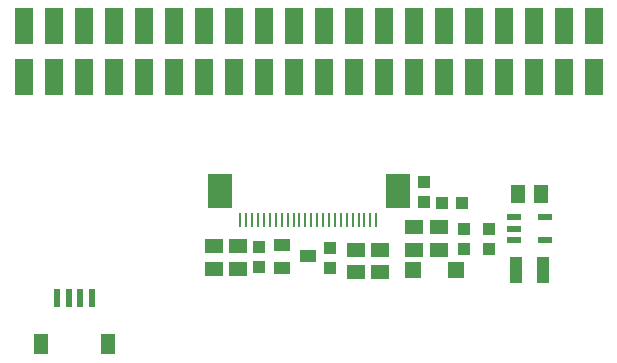
<source format=gbr>
G04 EAGLE Gerber RS-274X export*
G75*
%MOMM*%
%FSLAX34Y34*%
%LPD*%
%INSolderpaste Bottom*%
%IPPOS*%
%AMOC8*
5,1,8,0,0,1.08239X$1,22.5*%
G01*
%ADD10R,1.500000X1.240000*%
%ADD11R,1.524000X3.048000*%
%ADD12R,1.400000X1.000000*%
%ADD13R,1.000000X1.075000*%
%ADD14R,2.000000X3.000000*%
%ADD15R,0.275000X1.250000*%
%ADD16R,1.200000X0.550000*%
%ADD17R,1.075000X1.000000*%
%ADD18R,1.240000X1.500000*%
%ADD19R,1.016000X2.200000*%
%ADD20R,1.400000X1.400000*%
%ADD21R,0.600000X1.550000*%
%ADD22R,1.200000X1.800000*%


D10*
X265430Y100560D03*
X265430Y81560D03*
D11*
X83950Y243394D03*
X83950Y286574D03*
X109350Y243394D03*
X109350Y286574D03*
X134750Y286574D03*
X134750Y243394D03*
X160150Y286574D03*
X160150Y243394D03*
X185550Y286574D03*
X185550Y243394D03*
X210950Y286574D03*
X210950Y243394D03*
X236350Y286574D03*
X236350Y243394D03*
X261750Y286574D03*
X261750Y243394D03*
X287150Y286574D03*
X287150Y243394D03*
X312550Y286574D03*
X312550Y243394D03*
X337950Y286574D03*
X337950Y243394D03*
X363350Y286574D03*
X363350Y243394D03*
X388750Y286574D03*
X388750Y243394D03*
X414150Y286574D03*
X414150Y243394D03*
X439550Y286574D03*
X439550Y243394D03*
X464950Y286574D03*
X464950Y243394D03*
X490350Y286574D03*
X490350Y243394D03*
X515750Y286574D03*
X515750Y243394D03*
X541150Y286574D03*
X541150Y243394D03*
X566550Y286574D03*
X566550Y243394D03*
D12*
X324310Y91874D03*
X302310Y101374D03*
X302310Y82374D03*
D13*
X342855Y99050D03*
X342855Y82050D03*
D10*
X365359Y78510D03*
X365359Y97510D03*
X244720Y81560D03*
X244720Y100560D03*
X385980Y78510D03*
X385980Y97510D03*
D14*
X400950Y147280D03*
X249850Y147280D03*
D15*
X382450Y122680D03*
X377450Y122680D03*
X372450Y122680D03*
X367450Y122680D03*
X362450Y122680D03*
X357450Y122680D03*
X352450Y122680D03*
X347450Y122680D03*
X342450Y122680D03*
X337450Y122680D03*
X332450Y122680D03*
X327450Y122680D03*
X322450Y122680D03*
X317450Y122680D03*
X312450Y122680D03*
X307450Y122680D03*
X302450Y122680D03*
X297450Y122680D03*
X292450Y122680D03*
X287450Y122680D03*
X282450Y122680D03*
X277450Y122680D03*
X272450Y122680D03*
X267450Y122680D03*
D16*
X499039Y105860D03*
X499039Y115360D03*
X499039Y124860D03*
X525041Y124860D03*
X525041Y105860D03*
D13*
X477760Y115363D03*
X477760Y98363D03*
D17*
X438130Y137400D03*
X455130Y137400D03*
D10*
X414120Y116363D03*
X414120Y97363D03*
X435289Y116363D03*
X435289Y97363D03*
D18*
X502540Y144880D03*
X521540Y144880D03*
D13*
X456503Y98363D03*
X456503Y115363D03*
D19*
X523310Y80690D03*
X500770Y80690D03*
D20*
X413350Y80690D03*
X450350Y80690D03*
D13*
X283210Y99940D03*
X283210Y82940D03*
X422910Y137550D03*
X422910Y154550D03*
D21*
X132000Y56890D03*
X122000Y56890D03*
X142000Y56890D03*
X112000Y56890D03*
D22*
X155000Y17890D03*
X99000Y17890D03*
M02*

</source>
